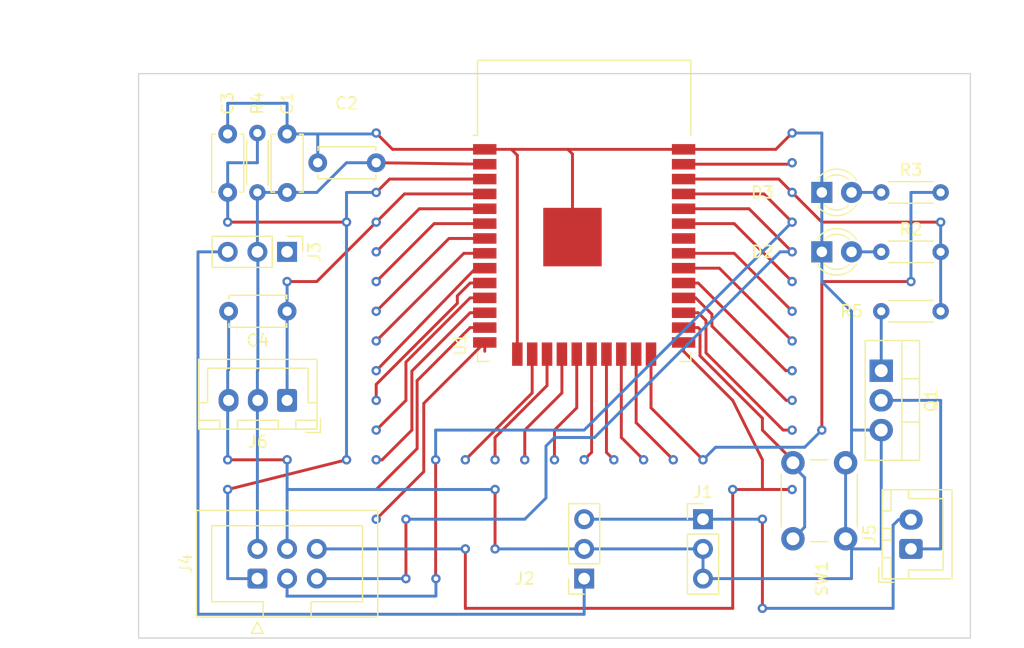
<source format=kicad_pcb>
(kicad_pcb (version 20211014) (generator pcbnew)
  (layers (0 "F.Cu" signal) (31 "B.Cu" signal) (34 "B.Paste" user) (35 "F.Paste" user) (36 "B.SilkS" user "B.Silkscreen") (37 "F.SilkS" user "F.Silkscreen") (38 "B.Mask" user) (39 "F.Mask" user) (44 "Edge.Cuts" user))
  (net 0 "")
  (net 1 "+3V3")
  (net 2 "GND")
  (net 3 "EN")
  (net 4 "Net-(D2-Pad2)")
  (net 5 "Net-(D3-Pad2)")
  (net 6 "+12V")
  (net 7 "EXT_3V3")
  (net 9 "TXD0")
  (net 10 "RXD0")
  (net 11 "IO0")
  (net 12 "Net-(Q1-Pad1)")
  (net 13 "IO2")
  (net 14 "unconnected-(U1-Pad5)")
  (net 15 "unconnected-(U1-Pad6)")
  (net 16 "unconnected-(U1-Pad7)")
  (net 17 "unconnected-(U1-Pad10)")
  (net 18 "unconnected-(U1-Pad11)")
  (net 19 "unconnected-(U1-Pad12)")
  (net 20 "unconnected-(U1-Pad13)")
  (net 21 "unconnected-(U1-Pad14)")
  (net 22 "unconnected-(U1-Pad16)")
  (net 23 "unconnected-(U1-Pad17)")
  (net 24 "unconnected-(U1-Pad18)")
  (net 25 "unconnected-(U1-Pad19)")
  (net 26 "unconnected-(U1-Pad20)")
  (net 27 "unconnected-(U1-Pad21)")
  (net 28 "unconnected-(U1-Pad22)")
  (net 29 "unconnected-(U1-Pad23)")
  (net 30 "unconnected-(U1-Pad27)")
  (net 31 "unconnected-(U1-Pad28)")
  (net 32 "unconnected-(U1-Pad29)")
  (net 33 "unconnected-(U1-Pad30)")
  (net 34 "unconnected-(U1-Pad31)")
  (net 36 "unconnected-(U1-Pad33)")
  (net 37 "unconnected-(U1-Pad37)")
  (net 38 "IO22")
  (net 39 "unconnected-(U1-Pad8)")
  (net 40 "IO36{slash}IN")
  (net 41 "unconnected-(U1-Pad9)")
  (net 42 "IO4")
  (net 43 "Net-(Q1-Pad2)")
  (footprint "Package_TO_SOT_THT:TO-220-3_Vertical" (layer "F.Cu") (at 152.4 101.6 -90)
    (fp_text reference "Q1" (at 2.54 -4.27 90) (layer "F.SilkS"))
    (fp_text value "IRLB8721PBF")
    (fp_line (start 0.69 -3.27) (end 0.69 -1.76) (layer "F.SilkS") (width 0.12))
    (fp_line (start -2.58 -1.76) (end 7.66 -1.76) (layer "F.SilkS") (width 0.12))
    (fp_line (start -2.58 -3.27) (end 7.66 -3.27) (layer "F.SilkS") (width 0.12))
    (fp_line (start 4.391 -3.27) (end 4.391 -1.76) (layer "F.SilkS") (width 0.12))
    (fp_line (start -2.58 1.371) (end 7.66 1.371) (layer "F.SilkS") (width 0.12))
    (fp_line (start 7.66 -3.27) (end 7.66 1.371) (layer "F.SilkS") (width 0.12))
    (fp_line (start -2.58 -3.27) (end -2.58 1.371) (layer "F.SilkS") (width 0.12))
    (pad "1" thru_hole rect (at 0 0 270) (size 1.905 2) (drill 1.1) (layers *.Cu *.Mask) (net 12 "Net-(Q1-Pad1)"))
    (pad "2" thru_hole oval (at 2.54 0 270) (size 1.905 2) (drill 1.1) (layers *.Cu *.Mask) (net 43 "Net-(Q1-Pad2)"))
    (pad "3" thru_hole oval (at 5.08 0 270) (size 1.905 2) (drill 1.1) (layers *.Cu *.Mask) (net 2 "GND"))
  )
  (footprint "Connector_IDC:IDC-Header_2x03_P2.54mm_Vertical" (layer "F.Cu") (at 99.06 119.38 90)
    (fp_text reference "J4" (at 1.27 -6.1 90) (layer "F.SilkS"))
    (fp_text value "Conn_02x03_Odd_Even")
    (fp_line (start -1.98 4.59) (end -1.98 4.59) (layer "F.SilkS") (width 0.12))
    (fp_line (start 4.52 -3.91) (end 4.52 8.99) (layer "F.SilkS") (width 0.12))
    (fp_line (start 4.52 8.99) (end -1.98 8.99) (layer "F.SilkS") (width 0.12))
    (fp_line (start -1.98 0.49) (end -1.98 -3.91) (layer "F.SilkS") (width 0.12))
    (fp_line (start 5.83 -5.21) (end 5.83 10.29) (layer "F.SilkS") (width 0.12))
    (fp_line (start -1.98 -3.91) (end 4.52 -3.91) (layer "F.SilkS") (width 0.12))
    (fp_line (start 5.83 10.29) (end -3.29 10.29) (layer "F.SilkS") (width 0.12))
    (fp_line (start -3.29 10.29) (end -3.29 -5.21) (layer "F.SilkS") (width 0.12))
    (fp_line (start -3.68 0) (end -4.68 -0.5) (layer "F.SilkS") (width 0.12))
    (fp_line (start -1.98 4.59) (end -3.29 4.59) (layer "F.SilkS") (width 0.12))
    (fp_line (start -1.98 8.99) (end -1.98 4.59) (layer "F.SilkS") (width 0.12))
    (fp_line (start -3.29 0.49) (end -1.98 0.49) (layer "F.SilkS") (width 0.12))
    (fp_line (start -4.68 0.5) (end -3.68 0) (layer "F.SilkS") (width 0.12))
    (fp_line (start -3.29 -5.21) (end 5.83 -5.21) (layer "F.SilkS") (width 0.12))
    (fp_line (start -4.68 -0.5) (end -4.68 0.5) (layer "F.SilkS") (width 0.12))
    (pad "1" thru_hole roundrect (at 0 0 90) (size 1.7 1.7) (drill 1) (layers *.Cu *.Mask) (roundrect_rratio 0.147059) (net 3 "EN"))
    (pad "2" thru_hole circle (at 2.54 0 90) (size 1.7 1.7) (drill 1) (layers *.Cu *.Mask) (net 1 "+3V3"))
    (pad "3" thru_hole circle (at 0 2.54 90) (size 1.7 1.7) (drill 1) (layers *.Cu *.Mask) (net 9 "TXD0"))
    (pad "4" thru_hole circle (at 2.54 2.54 90) (size 1.7 1.7) (drill 1) (layers *.Cu *.Mask) (net 2 "GND"))
    (pad "5" thru_hole circle (at 0 5.08 90) (size 1.7 1.7) (drill 1) (layers *.Cu *.Mask) (net 10 "RXD0"))
    (pad "6" thru_hole circle (at 2.54 5.08 90) (size 1.7 1.7) (drill 1) (layers *.Cu *.Mask) (net 11 "IO0"))
  )
  (footprint "Connector_PinHeader_2.54mm:PinHeader_1x03_P2.54mm_Vertical" (layer "F.Cu") (at 137.16 114.3)
    (fp_text reference "J1" (at 0 -2.33) (layer "F.SilkS"))
    (fp_text value "Conn_01x03_Male")
    (fp_line (start -1.33 1.27) (end -1.33 6.41) (layer "F.SilkS") (width 0.12))
    (fp_line (start -1.33 0) (end -1.33 -1.33) (layer "F.SilkS") (width 0.12))
    (fp_line (start -1.33 6.41) (end 1.33 6.41) (layer "F.SilkS") (width 0.12))
    (fp_line (start -1.33 1.27) (end 1.33 1.27) (layer "F.SilkS") (width 0.12))
    (fp_line (start 1.33 1.27) (end 1.33 6.41) (layer "F.SilkS") (width 0.12))
    (fp_line (start -1.33 -1.33) (end 0 -1.33) (layer "F.SilkS") (width 0.12))
    (pad "1" thru_hole rect (at 0 0) (size 1.7 1.7) (drill 1) (layers *.Cu *.Mask) (net 6 "+12V"))
    (pad "2" thru_hole oval (at 0 2.54) (size 1.7 1.7) (drill 1) (layers *.Cu *.Mask) (net 2 "GND"))
    (pad "3" thru_hole oval (at 0 5.08) (size 1.7 1.7) (drill 1) (layers *.Cu *.Mask) (net 2 "GND"))
  )
  (footprint "Resistor_THT:R_Axial_DIN0204_L3.6mm_D1.6mm_P5.08mm_Horizontal" (layer "F.Cu") (at 157.48 96.52 180)
    (fp_text reference "R5" (at 7.62 0) (layer "F.SilkS"))
    (fp_text value "330R")
    (fp_line (start 0.62 0.92) (end 4.46 0.92) (layer "F.SilkS") (width 0.12))
    (fp_line (start 0.62 -0.92) (end 4.46 -0.92) (layer "F.SilkS") (width 0.12))
    (pad "1" thru_hole circle (at 0 0 180) (size 1.4 1.4) (drill 0.7) (layers *.Cu *.Mask) (net 38 "IO22"))
    (pad "2" thru_hole oval (at 5.08 0 180) (size 1.4 1.4) (drill 0.7) (layers *.Cu *.Mask) (net 12 "Net-(Q1-Pad1)"))
  )
  (footprint "Connector_JST:JST_XH_B2B-XH-A_1x02_P2.50mm_Vertical" (layer "F.Cu") (at 154.94 116.84 90)
    (fp_text reference "J5" (at 1.25 -3.55 90) (layer "F.SilkS"))
    (fp_text value "Conn_01x02_Male")
    (fp_line (start -2.56 3.51) (end 5.06 3.51) (layer "F.SilkS") (width 0.12))
    (fp_line (start 5.05 -0.2) (end 4.3 -0.2) (layer "F.SilkS") (width 0.12))
    (fp_line (start 0.75 -1.7) (end 1.75 -1.7) (layer "F.SilkS") (width 0.12))
    (fp_line (start -2.55 -2.45) (end -2.55 -1.7) (layer "F.SilkS") (width 0.12))
    (fp_line (start 3.25 -1.7) (end 5.05 -1.7) (layer "F.SilkS") (width 0.12))
    (fp_line (start 0.75 -2.45) (end 0.75 -1.7) (layer "F.SilkS") (width 0.12))
    (fp_line (start -0.75 -1.7) (end -0.75 -2.45) (layer "F.SilkS") (width 0.12))
    (fp_line (start 5.06 3.51) (end 5.06 -2.46) (layer "F.SilkS") (width 0.12))
    (fp_line (start 1.75 -1.7) (end 1.75 -2.45) (layer "F.SilkS") (width 0.12))
    (fp_line (start 5.05 -1.7) (end 5.05 -2.45) (layer "F.SilkS") (width 0.12))
    (fp_line (start 5.06 -2.46) (end -2.56 -2.46) (layer "F.SilkS") (width 0.12))
    (fp_line (start 3.25 -2.45) (end 3.25 -1.7) (layer "F.SilkS") (width 0.12))
    (fp_line (start 4.3 2.75) (end 1.25 2.75) (layer "F.SilkS") (width 0.12))
    (fp_line (start 4.3 -0.2) (end 4.3 2.75) (layer "F.SilkS") (width 0.12))
    (fp_line (start -2.85 -2.75) (end -2.85 -1.5) (layer "F.SilkS") (width 0.12))
    (fp_line (start -1.6 -2.75) (end -2.85 -2.75) (layer "F.SilkS") (width 0.12))
    (fp_line (start -1.8 -0.2) (end -1.8 2.75) (layer "F.SilkS") (width 0.12))
    (fp_line (start 1.75 -2.45) (end 0.75 -2.45) (layer "F.SilkS") (width 0.12))
    (fp_line (start -2.55 -1.7) (end -0.75 -1.7) (layer "F.SilkS") (width 0.12))
    (fp_line (start -1.8 2.75) (end 1.25 2.75) (layer "F.SilkS") (width 0.12))
    (fp_line (start -2.56 -2.46) (end -2.56 3.51) (layer "F.SilkS") (width 0.12))
    (fp_line (start -2.55 -0.2) (end -1.8 -0.2) (layer "F.SilkS") (width 0.12))
    (fp_line (start 5.05 -2.45) (end 3.25 -2.45) (layer "F.SilkS") (width 0.12))
    (fp_line (start -0.75 -2.45) (end -2.55 -2.45) (layer "F.SilkS") (width 0.12))
    (pad "1" thru_hole roundrect (at 0 0 90) (size 1.7 2) (drill 1) (layers *.Cu *.Mask) (roundrect_rratio 0.147059) (net 43 "Net-(Q1-Pad2)"))
    (pad "2" thru_hole oval (at 2.5 0 90) (size 1.7 2) (drill 1) (layers *.Cu *.Mask) (net 6 "+12V"))
  )
  (footprint "Capacitor_THT:C_Disc_D4.7mm_W2.5mm_P5.00mm" (layer "F.Cu") (at 96.52 86.36 90)
    (fp_text reference "C3" (at 7.62 0 90) (layer "F.SilkS"))
    (fp_text value "0.1uF")
    (fp_line (start 0.03 -1.37) (end 4.97 -1.37) (layer "F.SilkS") (width 0.12))
    (fp_line (start 4.97 -1.37) (end 4.97 -1.055) (layer "F.SilkS") (width 0.12))
    (fp_line (start 4.97 1.055) (end 4.97 1.37) (layer "F.SilkS") (width 0.12))
    (fp_line (start 0.03 1.37) (end 4.97 1.37) (layer "F.SilkS") (width 0.12))
    (fp_line (start 0.03 1.055) (end 0.03 1.37) (layer "F.SilkS") (width 0.12))
    (fp_line (start 0.03 -1.37) (end 0.03 -1.055) (layer "F.SilkS") (width 0.12))
    (pad "1" thru_hole circle (at 0 0 90) (size 1.6 1.6) (drill 0.8) (layers *.Cu *.Mask) (net 3 "EN"))
    (pad "2" thru_hole circle (at 5 0 90) (size 1.6 1.6) (drill 0.8) (layers *.Cu *.Mask) (net 2 "GND"))
  )
  (footprint "LED_THT:LED_D3.0mm" (layer "F.Cu") (at 147.32 86.36)
    (fp_text reference "D3" (at -5.08 0) (layer "F.SilkS"))
    (fp_text value "LED")
    (fp_line (start -0.29 -1.236) (end -0.29 -1.08) (layer "F.SilkS") (width 0.12))
    (fp_line (start -0.29 1.08) (end -0.29 1.236) (layer "F.SilkS") (width 0.12))
    (fp_arc (start 0.229039 -1.08) (mid 1.270117 -1.5) (end 2.31113 -1.079837) (layer "F.SilkS") (width 0.12))
    (fp_arc (start 2.942335 1.078608) (mid 1.366487 1.987659) (end -0.29 1.235516) (layer "F.SilkS") (width 0.12))
    (fp_arc (start 2.31113 1.079837) (mid 1.270117 1.5) (end 0.229039 1.08) (layer "F.SilkS") (width 0.12))
    (fp_arc (start -0.29 -1.235516) (mid 1.366487 -1.987659) (end 2.942335 -1.078608) (layer "F.SilkS") (width 0.12))
    (pad "1" thru_hole rect (at 0 0) (size 1.8 1.8) (drill 0.9) (layers *.Cu *.Mask) (net 2 "GND"))
    (pad "2" thru_hole circle (at 2.54 0) (size 1.8 1.8) (drill 0.9) (layers *.Cu *.Mask) (net 5 "Net-(D3-Pad2)"))
  )
  (footprint "RF_Module:ESP32-WROOM-32" (layer "F.Cu") (at 127 90.932)
    (fp_text reference "U1" (at -10.61 8.43 90) (layer "F.SilkS"))
    (fp_text value "ESP32-WROOM-32D")
    (fp_line (start 9.12 9.1) (end 9.12 9.88) (layer "F.SilkS") (width 0.12))
    (fp_line (start -9.12 9.1) (end -9.12 9.88) (layer "F.SilkS") (width 0.12))
    (fp_line (start -9.12 -9.445) (end -9.5 -9.445) (layer "F.SilkS") (width 0.12))
    (fp_line (start -9.12 9.88) (end -8.12 9.88) (layer "F.SilkS") (width 0.12))
    (fp_line (start -9.12 -15.865) (end 9.12 -15.865) (layer "F.SilkS") (width 0.12))
    (fp_line (start 9.12 9.88) (end 8.12 9.88) (layer "F.SilkS") (width 0.12))
    (fp_line (start -9.12 -15.865) (end -9.12 -9.445) (layer "F.SilkS") (width 0.12))
    (fp_line (start 9.12 -15.865) (end 9.12 -9.445) (layer "F.SilkS") (width 0.12))
    (pad "1" smd rect (at -8.5 -8.255) (size 2 0.9) (layers "F.Cu" "F.Paste" "F.Mask") (net 2 "GND"))
    (pad "2" smd rect (at -8.5 -6.985) (size 2 0.9) (layers "F.Cu" "F.Paste" "F.Mask") (net 1 "+3V3"))
    (pad "3" smd rect (at -8.5 -5.715) (size 2 0.9) (layers "F.Cu" "F.Paste" "F.Mask") (net 3 "EN"))
    (pad "4" smd rect (at -8.5 -4.445) (size 2 0.9) (layers "F.Cu" "F.Paste" "F.Mask") (net 40 "IO36{slash}IN"))
    (pad "5" smd rect (at -8.5 -3.175) (size 2 0.9) (layers "F.Cu" "F.Paste" "F.Mask") (net 14 "unconnected-(U1-Pad5)"))
    (pad "6" smd rect (at -8.5 -1.905) (size 2 0.9) (layers "F.Cu" "F.Paste" "F.Mask") (net 15 "unconnected-(U1-Pad6)"))
    (pad "7" smd rect (at -8.5 -0.635) (size 2 0.9) (layers "F.Cu" "F.Paste" "F.Mask") (net 16 "unconnected-(U1-Pad7)"))
    (pad "8" smd rect (at -8.5 0.635) (size 2 0.9) (layers "F.Cu" "F.Paste" "F.Mask") (net 39 "unconnected-(U1-Pad8)"))
    (pad "9" smd rect (at -8.5 1.905) (size 2 0.9) (layers "F.Cu" "F.Paste" "F.Mask") (net 41 "unconnected-(U1-Pad9)"))
    (pad "10" smd rect (at -8.5 3.175) (size 2 0.9) (layers "F.Cu" "F.Paste" "F.Mask") (net 17 "unconnected-(U1-Pad10)"))
    (pad "11" smd rect (at -8.5 4.445) (size 2 0.9) (layers "F.Cu" "F.Paste" "F.Mask") (net 18 "unconnected-(U1-Pad11)"))
    (pad "12" smd rect (at -8.5 5.715) (size 2 0.9) (layers "F.Cu" "F.Paste" "F.Mask") (net 19 "unconnected-(U1-Pad12)"))
    (pad "13" smd rect (at -8.5 6.985) (size 2 0.9) (layers "F.Cu" "F.Paste" "F.Mask") (net 20 "unconnected-(U1-Pad13)"))
    (pad "14" smd rect (at -8.5 8.255) (size 2 0.9) (layers "F.Cu" "F.Paste" "F.Mask") (net 21 "unconnected-(U1-Pad14)"))
    (pad "15" smd rect (at -5.715 9.255 90) (size 2 0.9) (layers "F.Cu" "F.Paste" "F.Mask") (net 2 "GND"))
    (pad "16" smd rect (at -4.445 9.255 90) (size 2 0.9) (layers "F.Cu" "F.Paste" "F.Mask") (net 22 "unconnected-(U1-Pad16)"))
    (pad "17" smd rect (at -3.175 9.255 90) (size 2 0.9) (layers "F.Cu" "F.Paste" "F.Mask") (net 23 "unconnected-(U1-Pad17)"))
    (pad "18" smd rect (at -1.905 9.255 90) (size 2 0.9) (layers "F.Cu" "F.Paste" "F.Mask") (net 24 "unconnected-(U1-Pad18)"))
    (pad "19" smd rect (at -0.635 9.255 90) (size 2 0.9) (layers "F.Cu" "F.Paste" "F.Mask") (net 25 "unconnected-(U1-Pad19)"))
    (pad "20" smd rect (at 0.635 9.255 90) (size 2 0.9) (layers "F.Cu" "F.Paste" "F.Mask") (net 26 "unconnected-(U1-Pad20)"))
    (pad "21" smd rect (at 1.905 9.255 90) (size 2 0.9) (layers "F.Cu" "F.Paste" "F.Mask") (net 27 "unconnected-(U1-Pad21)"))
    (pad "22" smd rect (at 3.175 9.255 90) (size 2 0.9) (layers "F.Cu" "F.Paste" "F.Mask") (net 28 "unconnected-(U1-Pad22)"))
    (pad "23" smd rect (at 4.445 9.255 90) (size 2 0.9) (layers "F.Cu" "F.Paste" "F.Mask") (net 29 "unconnected-(U1-Pad23)"))
    (pad "24" smd rect (at 5.715 9.255 90) (size 2 0.9) (layers "F.Cu" "F.Paste" "F.Mask") (net 13 "IO2"))
    (pad "25" smd rect (at 8.5 8.255) (size 2 0.9) (layers "F.Cu" "F.Paste" "F.Mask") (net 11 "IO0"))
    (pad "26" smd rect (at 8.5 6.985) (size 2 0.9) (layers "F.Cu" "F.Paste" "F.Mask") (net 42 "IO4"))
    (pad "27" smd rect (at 8.5 5.715) (size 2 0.9) (layers "F.Cu" "F.Paste" "F.Mask") (net 30 "unconnected-(U1-Pad27)"))
    (pad "28" smd rect (at 8.5 4.445) (size 2 0.9) (layers "F.Cu" "F.Paste" "F.Mask") (net 31 "unconnected-(U1-Pad28)"))
    (pad "29" smd rect (at 8.5 3.175) (size 2 0.9) (layers "F.Cu" "F.Paste" "F.Mask") (net 32 "unconnected-(U1-Pad29)"))
    (pad "30" smd rect (at 8.5 1.905) (size 2 0.9) (layers "F.Cu" "F.Paste" "F.Mask") (net 33 "unconnected-(U1-Pad30)"))
    (pad "31" smd rect (at 8.5 0.635) (size 2 0.9) (layers "F.Cu" "F.Paste" "F.Mask") (net 34 "unconnected-(U1-Pad31)"))
    (pad "32" smd rect (at 8.5 -0.635) (size 2 0.9) (layers "F.Cu" "F.Paste" "F.Mask"))
    (pad "33" smd rect (at 8.5 -1.905) (size 2 0.9) (layers "F.Cu" "F.Paste" "F.Mask") (net 36 "unconnected-(U1-Pad33)"))
    (pad "34" smd rect (at 8.5 -3.175) (size 2 0.9) (layers "F.Cu" "F.Paste" "F.Mask") (net 10 "RXD0"))
    (pad "35" smd rect (at 8.5 -4.445) (size 2 0.9) (layers "F.Cu" "F.Paste" "F.Mask") (net 9 "TXD0"))
    (pad "36" smd rect (at 8.5 -5.715) (size 2 0.9) (layers "F.Cu" "F.Paste" "F.Mask") (net 38 "IO22"))
    (pad "37" smd rect (at 8.5 -6.985) (size 2 0.9) (layers "F.Cu" "F.Paste" "F.Mask") (net 37 "unconnected-(U1-Pad37)"))
    (pad "38" smd rect (at 8.5 -8.255) (size 2 0.9) (layers "F.Cu" "F.Paste" "F.Mask") (net 2 "GND"))
    (pad "39" smd rect (at -1 -0.755) (size 5 5) (layers "F.Cu" "F.Paste" "F.Mask") (net 2 "GND"))
  )
  (footprint "Resistor_THT:R_Axial_DIN0204_L3.6mm_D1.6mm_P5.08mm_Horizontal" (layer "F.Cu") (at 152.4 91.44)
    (fp_text reference "R2" (at 2.54 -1.92) (layer "F.SilkS"))
    (fp_text value "1K")
    (fp_line (start 0.62 0.92) (end 4.46 0.92) (layer "F.SilkS") (width 0.12))
    (fp_line (start 0.62 -0.92) (end 4.46 -0.92) (layer "F.SilkS") (width 0.12))
    (pad "1" thru_hole circle (at 0 0) (size 1.4 1.4) (drill 0.7) (layers *.Cu *.Mask) (net 4 "Net-(D2-Pad2)"))
    (pad "2" thru_hole oval (at 5.08 0) (size 1.4 1.4) (drill 0.7) (layers *.Cu *.Mask) (net 38 "IO22"))
  )
  (footprint "Connector_PinHeader_2.54mm:PinHeader_1x03_P2.54mm_Vertical" (layer "F.Cu") (at 101.6 91.44 -90)
    (fp_text reference "J3" (at 0 -2.33 90) (layer "F.SilkS"))
    (fp_text value "Conn_01x03_Male")
    (fp_line (start -1.33 -1.33) (end 0 -1.33) (layer "F.SilkS") (width 0.12))
    (fp_line (start -1.33 0) (end -1.33 -1.33) (layer "F.SilkS") (width 0.12))
    (fp_line (start -1.33 1.27) (end 1.33 1.27) (layer "F.SilkS") (width 0.12))
    (fp_line (start -1.33 1.27) (end -1.33 6.41) (layer "F.SilkS") (width 0.12))
    (fp_line (start 1.33 1.27) (end 1.33 6.41) (layer "F.SilkS") (width 0.12))
    (fp_line (start -1.33 6.41) (end 1.33 6.41) (layer "F.SilkS") (width 0.12))
    (pad "1" thru_hole rect (at 0 0 270) (size 1.7 1.7) (drill 1) (layers *.Cu *.Mask))
    (pad "2" thru_hole oval (at 0 2.54 270) (size 1.7 1.7) (drill 1) (layers *.Cu *.Mask) (net 1 "+3V3"))
    (pad "3" thru_hole oval (at 0 5.08 270) (size 1.7 1.7) (drill 1) (layers *.Cu *.Mask) (net 7 "EXT_3V3"))
  )
  (footprint "Resistor_THT:R_Axial_DIN0204_L3.6mm_D1.6mm_P5.08mm_Horizontal" (layer "F.Cu") (at 99.06 86.36 90)
    (fp_text reference "R4" (at 7.62 0 90) (layer "F.SilkS"))
    (fp_text value "10K")
    (fp_line (start 0.62 -0.92) (end 4.46 -0.92) (layer "F.SilkS") (width 0.12))
    (fp_line (start 0.62 0.92) (end 4.46 0.92) (layer "F.SilkS") (width 0.12))
    (pad "1" thru_hole circle (at 0 0 90) (size 1.4 1.4) (drill 0.7) (layers *.Cu *.Mask) (net 1 "+3V3"))
    (pad "2" thru_hole oval (at 5.08 0 90) (size 1.4 1.4) (drill 0.7) (layers *.Cu *.Mask) (net 3 "EN"))
  )
  (footprint "Button_Switch_THT:SW_PUSH_6mm_H5mm" (layer "F.Cu") (at 149.352 109.474 -90)
    (fp_text reference "SW1" (at 9.906 2.032 90) (layer "F.SilkS"))
    (fp_text value "SW_Push")
    (fp_line (start -0.25 1.5) (end -0.25 3) (layer "F.SilkS") (width 0.12))
    (fp_line (start 6.75 3) (end 6.75 1.5) (layer "F.SilkS") (width 0.12))
    (fp_line (start 1 5.5) (end 5.5 5.5) (layer "F.SilkS") (width 0.12))
    (fp_line (start 5.5 -1) (end 1 -1) (layer "F.SilkS") (width 0.12))
    (pad "1" thru_hole circle (at 0 0) (size 2 2) (drill 1.1) (layers *.Cu *.Mask) (net 2 "GND"))
    (pad "1" thru_hole circle (at 6.5 0) (size 2 2) (drill 1.1) (layers *.Cu *.Mask) (net 2 "GND"))
    (pad "2" thru_hole circle (at 6.5 4.5) (size 2 2) (drill 1.1) (layers *.Cu *.Mask) (net 42 "IO4"))
    (pad "2" thru_hole circle (at 0 4.5) (size 2 2) (drill 1.1) (layers *.Cu *.Mask) (net 42 "IO4"))
  )
  (footprint "LED_THT:LED_D3.0mm" (layer "F.Cu") (at 147.32 91.44)
    (fp_text reference "D2" (at -5.08 0) (layer "F.SilkS"))
    (fp_text value "LED")
    (fp_line (start -0.29 1.08) (end -0.29 1.236) (layer "F.SilkS") (width 0.12))
    (fp_line (start -0.29 -1.236) (end -0.29 -1.08) (layer "F.SilkS") (width 0.12))
    (fp_arc (start 0.229039 -1.08) (mid 1.270117 -1.5) (end 2.31113 -1.079837) (layer "F.SilkS") (width 0.12))
    (fp_arc (start -0.29 -1.235516) (mid 1.366487 -1.987659) (end 2.942335 -1.078608) (layer "F.SilkS") (width 0.12))
    (fp_arc (start 2.31113 1.079837) (mid 1.270117 1.5) (end 0.229039 1.08) (layer "F.SilkS") (width 0.12))
    (fp_arc (start 2.942335 1.078608) (mid 1.366487 1.987659) (end -0.29 1.235516) (layer "F.SilkS") (width 0.12))
    (pad "1" thru_hole rect (at 0 0) (size 1.8 1.8) (drill 0.9) (layers *.Cu *.Mask) (net 2 "GND"))
    (pad "2" thru_hole circle (at 2.54 0) (size 1.8 1.8) (drill 0.9) (layers *.Cu *.Mask) (net 4 "Net-(D2-Pad2)"))
  )
  (footprint "Connector_PinSocket_2.54mm:PinSocket_1x03_P2.54mm_Vertical" (layer "F.Cu") (at 127 119.38 180)
    (fp_text reference "J2" (at 5.08 0) (layer "F.SilkS"))
    (fp_text value "Conn_01x03_Female")
    (fp_line (start 0 -1.33) (end 1.33 -1.33) (layer "F.SilkS") (width 0.12))
    (fp_line (start -1.33 1.27) (end -1.33 6.41) (layer "F.SilkS") (width 0.12))
    (fp_line (start -1.33 1.27) (end 1.33 1.27) (layer "F.SilkS") (width 0.12))
    (fp_line (start -1.33 6.41) (end 1.33 6.41) (layer "F.SilkS") (width 0.12))
    (fp_line (start 1.33 -1.33) (end 1.33 0) (layer "F.SilkS") (width 0.12))
    (fp_line (start 1.33 1.27) (end 1.33 6.41) (layer "F.SilkS") (width 0.12))
    (pad "1" thru_hole rect (at 0 0 180) (size 1.7 1.7) (drill 1) (layers *.Cu *.Mask) (net 7 "EXT_3V3"))
    (pad "2" thru_hole oval (at 0 2.54 180) (size 1.7 1.7) (drill 1) (layers *.Cu *.Mask) (net 2 "GND"))
    (pad "3" thru_hole oval (at 0 5.08 180) (size 1.7 1.7) (drill 1) (layers *.Cu *.Mask) (net 6 "+12V"))
  )
  (footprint "Capacitor_THT:C_Disc_D4.7mm_W2.5mm_P5.00mm" (layer "F.Cu") (at 109.22 83.82 180)
    (fp_text reference "C2" (at 2.54 5.08) (layer "F.SilkS"))
    (fp_text value "0.1uF")
    (fp_line (start 4.97 -1.37) (end 4.97 -1.055) (layer "F.SilkS") (width 0.12))
    (fp_line (start 0.03 1.055) (end 0.03 1.37) (layer "F.SilkS") (width 0.12))
    (fp_line (start 0.03 1.37) (end 4.97 1.37) (layer "F.SilkS") (width 0.12))
    (fp_line (start 0.03 -1.37) (end 4.97 -1.37) (layer "F.SilkS") (width 0.12))
    (fp_line (start 4.97 1.055) (end 4.97 1.37) (layer "F.SilkS") (width 0.12))
    (fp_line (start 0.03 -1.37) (end 0.03 -1.055) (layer "F.SilkS") (width 0.12))
    (pad "1" thru_hole circle (at 0 0 180) (size 1.6 1.6) (drill 0.8) (layers *.Cu *.Mask) (net 1 "+3V3"))
    (pad "2" thru_hole circle (at 5 0 180) (size 1.6 1.6) (drill 0.8) (layers *.Cu *.Mask) (net 2 "GND"))
  )
  (footprint "Capacitor_THT:C_Disc_D4.7mm_W2.5mm_P5.00mm" (layer "F.Cu") (at 101.6 96.52 180)
    (fp_text reference "C4" (at 2.5 -2.5) (layer "F.SilkS"))
    (fp_text value "0.1uF")
    (fp_line (start 0.03 -1.37) (end 0.03 -1.055) (layer "F.SilkS") (width 0.12))
    (fp_line (start 0.03 1.055) (end 0.03 1.37) (layer "F.SilkS") (width 0.12))
    (fp_line (start 4.97 -1.37) (end 4.97 -1.055) (layer "F.SilkS") (width 0.12))
    (fp_line (start 0.03 1.37) (end 4.97 1.37) (layer "F.SilkS") (width 0.12))
    (fp_line (start 0.03 -1.37) (end 4.97 -1.37) (layer "F.SilkS") (width 0.12))
    (fp_line (start 4.97 1.055) (end 4.97 1.37) (layer "F.SilkS") (width 0.12))
    (pad "1" thru_hole circle (at 0 0 180) (size 1.6 1.6) (drill 0.8) (layers *.Cu *.Mask) (net 40 "IO36{slash}IN"))
    (pad "2" thru_hole circle (at 5 0 180) (size 1.6 1.6) (drill 0.8) (layers *.Cu *.Mask) (net 2 "GND"))
  )
  (footprint "Resistor_THT:R_Axial_DIN0204_L3.6mm_D1.6mm_P5.08mm_Horizontal" (layer "F.Cu") (at 152.4 86.36)
    (fp_text reference "R3" (at 2.54 -1.92) (layer "F.SilkS"))
    (fp_text value "1K")
    (fp_line (start 0.62 0.92) (end 4.46 0.92) (layer "F.SilkS") (width 0.12))
    (fp_line (start 0.62 -0.92) (end 4.46 -0.92) (layer "F.SilkS") (width 0.12))
    (pad "1" thru_hole circle (at 0 0) (size 1.4 1.4) (drill 0.7) (layers *.Cu *.Mask) (net 5 "Net-(D3-Pad2)"))
    (pad "2" thru_hole oval (at 5.08 0) (size 1.4 1.4) (drill 0.7) (layers *.Cu *.Mask) (net 13 "IO2"))
  )
  (footprint "Capacitor_THT:C_Disc_D4.7mm_W2.5mm_P5.00mm" (layer "F.Cu") (at 101.6 86.36 90)
    (fp_text reference "C1" (at 7.62 0 90) (layer "F.SilkS"))
    (fp_text value "10uF")
    (fp_line (start 0.03 1.055) (end 0.03 1.37) (layer "F.SilkS") (width 0.12))
    (fp_line (start 0.03 1.37) (end 4.97 1.37) (layer "F.SilkS") (width 0.12))
    (fp_line (start 4.97 -1.37) (end 4.97 -1.055) (layer "F.SilkS") (width 0.12))
    (fp_line (start 0.03 -1.37) (end 0.03 -1.055) (layer "F.SilkS") (width 0.12))
    (fp_line (start 0.03 -1.37) (end 4.97 -1.37) (layer "F.SilkS") (width 0.12))
    (fp_line (start 4.97 1.055) (end 4.97 1.37) (layer "F.SilkS") (width 0.12))
    (pad "1" thru_hole circle (at 0 0 90) (size 1.6 1.6) (drill 0.8) (layers *.Cu *.Mask) (net 1 "+3V3"))
    (pad "2" thru_hole circle (at 5 0 90) (size 1.6 1.6) (drill 0.8) (layers *.Cu *.Mask) (net 2 "GND"))
  )
  (footprint "Connector_JST:JST_XH_B3B-XH-A_1x03_P2.50mm_Vertical" (layer "F.Cu") (at 101.6 104.14 180)
    (fp_text reference "J6" (at 2.5 -3.55) (layer "F.SilkS"))
    (fp_text value "Conn_01x03_Male")
    (fp_line (start 6.8 -0.2) (end 6.8 2.75) (layer "F.SilkS") (width 0.12))
    (fp_line (start 5.75 -2.45) (end 5.75 -1.7) (layer "F.SilkS") (width 0.12))
    (fp_line (start 7.56 3.51) (end 7.56 -2.46) (layer "F.SilkS") (width 0.12))
    (fp_line (start 5.75 -1.7) (end 7.55 -1.7) (layer "F.SilkS") (width 0.12))
    (fp_line (start -2.56 3.51) (end 7.56 3.51) (layer "F.SilkS") (width 0.12))
    (fp_line (start -1.6 -2.75) (end -2.85 -2.75) (layer "F.SilkS") (width 0.12))
    (fp_line (start -2.55 -2.45) (end -2.55 -1.7) (layer "F.SilkS") (width 0.12))
    (fp_line (start 4.25 -1.7) (end 4.25 -2.45) (layer "F.SilkS") (width 0.12))
    (fp_line (start -2.85 -2.75) (end -2.85 -1.5) (layer "F.SilkS") (width 0.12))
    (fp_line (start -2.56 -2.46) (end -2.56 3.51) (layer "F.SilkS") (width 0.12))
    (fp_line (start 7.55 -1.7) (end 7.55 -2.45) (layer "F.SilkS") (width 0.12))
    (fp_line (start -0.75 -2.45) (end -2.55 -2.45) (layer "F.SilkS") (width 0.12))
    (fp_line (start 7.56 -2.46) (end -2.56 -2.46) (layer "F.SilkS") (width 0.12))
    (fp_line (start 7.55 -0.2) (end 6.8 -0.2) (layer "F.SilkS") (width 0.12))
    (fp_line (start 7.55 -2.45) (end 5.75 -2.45) (layer "F.SilkS") (width 0.12))
    (fp_line (start -1.8 2.75) (end 2.5 2.75) (layer "F.SilkS") (width 0.12))
    (fp_line (start 0.75 -2.45) (end 0.75 -1.7) (layer "F.SilkS") (width 0.12))
    (fp_line (start -2.55 -0.2) (end -1.8 -0.2) (layer "F.SilkS") (width 0.12))
    (fp_line (start -1.8 -0.2) (end -1.8 2.75) (layer "F.SilkS") (width 0.12))
    (fp_line (start 0.75 -1.7) (end 4.25 -1.7) (layer "F.SilkS") (width 0.12))
    (fp_line (start 6.8 2.75) (end 2.5 2.75) (layer "F.SilkS") (width 0.12))
    (fp_line (start -0.75 -1.7) (end -0.75 -2.45) (layer "F.SilkS") (width 0.12))
    (fp_line (start -2.55 -1.7) (end -0.75 -1.7) (layer "F.SilkS") (width 0.12))
    (fp_line (start 4.25 -2.45) (end 0.75 -2.45) (layer "F.SilkS") (width 0.12))
    (pad "1" thru_hole roundrect (at 0 0 180) (size 1.7 1.95) (drill 0.95) (layers *.Cu *.Mask) (roundrect_rratio 0.147059) (net 40 "IO36{slash}IN"))
    (pad "2" thru_hole oval (at 2.5 0 180) (size 1.7 1.95) (drill 0.95) (layers *.Cu *.Mask) (net 1 "+3V3"))
    (pad "3" thru_hole oval (at 5 0 180) (size 1.7 1.95) (drill 0.95) (layers *.Cu *.Mask) (net 2 "GND"))
  )
  (gr_rect (start 88.9 76.2) (end 160.02 124.46) (layer "Edge.Cuts") (width 0.1) (fill none))
  (segment (start 109.22 83.82) (end 109.347 83.947) (width 0.25) (layer "F.Cu") (net 1))
  (segment (start 118.5 83.947) (end 109.22 83.82) (width 0.25) (layer "F.Cu") (net 1))
  (via (at 109.22 83.82) (size 0.8) (drill 0.4) (layers "F.Cu" "B.Cu") (net 1))
  (segment (start 99.06 91.44) (end 99.06 86.36) (width 0.25) (layer "B.Cu") (net 1))
  (segment (start 99.06 101.6) (end 99.06 116.84) (width 0.25) (layer "B.Cu") (net 1))
  (segment (start 104.14 86.36) (end 99.06 86.36) (width 0.25) (layer "B.Cu") (net 1))
  (segment (start 109.22 83.82) (end 106.68 83.82) (width 0.25) (layer "B.Cu") (net 1))
  (segment (start 106.68 83.82) (end 104.14 86.36) (width 0.25) (layer "B.Cu") (net 1))
  (segment (start 99.1 91.48) (end 99.06 91.44) (width 0.25) (layer "B.Cu") (net 1))
  (segment (start 99.1 101.6) (end 99.1 91.48) (width 0.25) (layer "B.Cu") (net 1))
  (segment (start 101.6 109.22) (end 96.52 109.22) (width 0.25) (layer "F.Cu") (net 2))
  (segment (start 143.383 82.677) (end 144.78 81.28) (width 0.25) (layer "F.Cu") (net 2))
  (segment (start 118.5 82.677) (end 120.777 82.677) (width 0.25) (layer "F.Cu") (net 2))
  (segment (start 125.603 82.677) (end 135.5 82.677) (width 0.25) (layer "F.Cu") (net 2))
  (segment (start 126 83.074) (end 125.603 82.677) (width 0.25) (layer "F.Cu") (net 2))
  (segment (start 118.5 82.677) (end 110.617 82.677) (width 0.25) (layer "F.Cu") (net 2))
  (segment (start 121.285 83.185) (end 120.777 82.677) (width 0.25) (layer "F.Cu") (net 2))
  (segment (start 126 90.177) (end 126 83.074) (width 0.25) (layer "F.Cu") (net 2))
  (segment (start 120.777 82.677) (end 125.603 82.677) (width 0.25) (layer "F.Cu") (net 2))
  (segment (start 119.38 111.76) (end 119.38 116.84) (width 0.25) (layer "F.Cu") (net 2))
  (segment (start 135.5 82.677) (end 143.383 82.677) (width 0.25) (layer "F.Cu") (net 2))
  (segment (start 121.285 100.187) (end 121.285 83.185) (width 0.25) (layer "F.Cu") (net 2))
  (segment (start 110.617 82.677) (end 109.22 81.28) (width 0.25) (layer "F.Cu") (net 2))
  (via (at 119.38 111.76) (size 0.8) (drill 0.4) (layers "F.Cu" "B.Cu") (net 2))
  (via (at 109.22 81.28) (size 0.8) (drill 0.4) (layers "F.Cu" "B.Cu") (net 2))
  (via (at 96.52 109.22) (size 0.8) (drill 0.4) (layers "F.Cu" "B.Cu") (net 2))
  (via (at 144.78 81.28) (size 0.8) (drill 0.4) (layers "F.Cu" "B.Cu") (net 2))
  (via (at 119.38 116.84) (size 0.8) (drill 0.4) (layers "F.Cu" "B.Cu") (net 2))
  (via (at 101.6 109.22) (size 0.8) (drill 0.4) (layers "F.Cu" "B.Cu") (net 2))
  (segment (start 96.52 78.74) (end 101.6 78.74) (width 0.25) (layer "B.Cu") (net 2))
  (segment (start 149.352 109.474) (end 149.606 109.474) (width 0.25) (layer "B.Cu") (net 2))
  (segment (start 101.6 78.74) (end 101.6 81.36) (width 0.25) (layer "B.Cu") (net 2))
  (segment (start 104.14 81.36) (end 101.6 81.36) (width 0.25) (layer "B.Cu") (net 2))
  (segment (start 152.4 116.84) (end 149.86 116.84) (width 0.25) (layer "B.Cu") (net 2))
  (segment (start 147.32 91.44) (end 147.32 86.36) (width 0.25) (layer "B.Cu") (net 2))
  (segment (start 119.38 111.76) (end 101.6 111.76) (width 0.25) (layer "B.Cu") (net 2))
  (segment (start 149.86 119.38) (end 149.86 116.84) (width 0.25) (layer "B.Cu") (net 2))
  (segment (start 147.32 93.98) (end 149.86 96.52) (width 0.25) (layer "B.Cu") (net 2))
  (segment (start 137.16 119.38) (end 137.16 116.84) (width 0.25) (layer "B.Cu") (net 2))
  (segment (start 96.52 81.36) (end 96.52 78.74) (width 0.25) (layer "B.Cu") (net 2))
  (segment (start 101.6 116.84) (end 101.6 111.76) (width 0.25) (layer "B.Cu") (net 2))
  (segment (start 147.32 91.44) (end 147.32 93.98) (width 0.25) (layer "B.Cu") (net 2))
  (segment (start 152.4 116.84) (end 152.4 106.68) (width 0.25) (layer "B.Cu") (net 2))
  (segment (start 137.16 119.38) (end 149.86 119.38) (width 0.25) (layer "B.Cu") (net 2))
  (segment (start 149.352 115.974) (end 149.352 116.332) (width 0.25) (layer "B.Cu") (net 2))
  (segment (start 124.46 116.84) (end 127 116.84) (width 0.25) (layer "B.Cu") (net 2))
  (segment (start 152.4 106.68) (end 149.86 106.68) (width 0.25) (layer "B.Cu") (net 2))
  (segment (start 127 116.84) (end 137.16 116.84) (width 0.25) (layer "B.Cu") (net 2))
  (segment (start 149.606 109.474) (end 149.86 109.22) (width 0.25) (layer "B.Cu") (net 2))
  (segment (start 147.32 86.36) (end 147.32 81.28) (width 0.25) (layer "B.Cu") (net 2))
  (segment (start 147.32 81.28) (end 144.78 81.28) (width 0.25) (layer "B.Cu") (net 2))
  (segment (start 104.14 81.36) (end 104.22 81.44) (width 0.25) (layer "B.Cu") (net 2))
  (segment (start 96.52 101.6) (end 96.6 101.52) (width 0.25) (layer "B.Cu") (net 2))
  (segment (start 104.14 81.36) (end 109.14 81.36) (width 0.25) (layer "B.Cu") (net 2))
  (segment (start 109.14 81.36) (end 109.22 81.28) (width 0.25) (layer "B.Cu") (net 2))
  (segment (start 149.86 106.68) (end 149.86 96.52) (width 0.25) (layer "B.Cu") (net 2))
  (segment (start 104.22 81.44) (end 104.22 83.82) (width 0.25) (layer "B.Cu") (net 2))
  (segment (start 149.86 109.22) (end 149.86 106.68) (width 0.25) (layer "B.Cu") (net 2))
  (segment (start 101.6 111.76) (end 101.6 109.22) (width 0.25) (layer "B.Cu") (net 2))
  (segment (start 96.52 109.22) (end 96.52 101.6) (width 0.25) (layer "B.Cu") (net 2))
  (segment (start 96.6 101.52) (end 96.6 96.52) (width 0.25) (layer "B.Cu") (net 2))
  (segment (start 149.352 109.474) (end 149.352 115.974) (width 0.25) (layer "B.Cu") (net 2))
  (segment (start 124.46 116.84) (end 119.38 116.84) (width 0.25) (layer "B.Cu") (net 2))
  (segment (start 149.352 116.332) (end 149.86 116.84) (width 0.25) (layer "B.Cu") (net 2))
  (segment (start 118.5 85.217) (end 110.363 85.217) (width 0.25) (layer "F.Cu") (net 3))
  (segment (start 106.68 88.9) (end 96.52 88.9) (width 0.25) (layer "F.Cu") (net 3))
  (segment (start 110.363 85.217) (end 109.22 86.36) (width 0.25) (layer "F.Cu") (net 3))
  (segment (start 96.52 111.76) (end 106.68 109.22) (width 0.25) (layer "F.Cu") (net 3))
  (via (at 109.22 86.36) (size 0.8) (drill 0.4) (layers "F.Cu" "B.Cu") (net 3))
  (via (at 106.68 88.9) (size 0.8) (drill 0.4) (layers "F.Cu" "B.Cu") (net 3))
  (via (at 106.68 109.22) (size 0.8) (drill 0.4) (layers "F.Cu" "B.Cu") (net 3))
  (via (at 96.52 111.76) (size 0.8) (drill 0.4) (layers "F.Cu" "B.Cu") (net 3))
  (via (at 96.52 88.9) (size 0.8) (drill 0.4) (layers "F.Cu" "B.Cu") (net 3))
  (segment (start 106.68 109.22) (end 106.68 88.9) (width 0.25) (layer "B.Cu") (net 3))
  (segment (start 96.52 88.9) (end 96.52 86.36) (width 0.25) (layer "B.Cu") (net 3))
  (segment (start 106.68 86.36) (end 109.22 86.36) (width 0.25) (layer "B.Cu") (net 3))
  (segment (start 96.52 86.36) (end 96.52 83.82) (width 0.25) (layer "B.Cu") (net 3))
  (segment (start 99.06 83.82) (end 99.06 81.28) (width 0.25) (layer "B.Cu") (net 3))
  (segment (start 96.52 119.38) (end 99.06 119.38) (width 0.25) (layer "B.Cu") (net 3))
  (segment (start 96.52 83.82) (end 99.06 83.82) (width 0.25) (layer "B.Cu") (net 3))
  (segment (start 96.52 111.76) (end 96.52 119.38) (width 0.25) (layer "B.Cu") (net 3))
  (segment (start 106.68 88.9) (end 106.68 86.36) (width 0.25) (layer "B.Cu") (net 3))
  (segment (start 149.86 91.44) (end 152.4 91.44) (width 0.25) (layer "B.Cu") (net 4))
  (segment (start 149.86 86.36) (end 152.4 86.36) (width 0.25) (layer "B.Cu") (net 5))
  (segment (start 142.24 114.3) (end 142.24 121.92) (width 0.25) (layer "F.Cu") (net 6))
  (via (at 142.24 121.92) (size 0.8) (drill 0.4) (layers "F.Cu" "B.Cu") (net 6))
  (via (at 142.24 114.3) (size 0.8) (drill 0.4) (layers "F.Cu" "B.Cu") (net 6))
  (segment (start 142.24 121.92) (end 153.416 121.92) (width 0.25) (layer "B.Cu") (net 6))
  (segment (start 153.416 114.808) (end 153.416 121.92) (width 0.25) (layer "B.Cu") (net 6))
  (segment (start 153.884 114.34) (end 153.416 114.808) (width 0.25) (layer "B.Cu") (net 6))
  (segment (start 154.94 114.34) (end 153.884 114.34) (width 0.25) (layer "B.Cu") (net 6))
  (segment (start 139.7 114.3) (end 142.24 114.3) (width 0.25) (layer "B.Cu") (net 6))
  (segment (start 127 114.3) (end 139.7 114.3) (width 0.25) (layer "B.Cu") (net 6))
  (segment (start 93.98 91.44) (end 96.52 91.44) (width 0.25) (layer "B.Cu") (net 7))
  (segment (start 127 122.428) (end 93.98 122.428) (width 0.25) (layer "B.Cu") (net 7))
  (segment (start 93.98 122.428) (end 93.98 91.44) (width 0.25) (layer "B.Cu") (net 7))
  (segment (start 127 119.38) (end 127 122.428) (width 0.25) (layer "B.Cu") (net 7))
  (segment (start 135.5 86.487) (end 142.367 86.487) (width 0.25) (layer "F.Cu") (net 9))
  (segment (start 114.3 119.3546) (end 114.3254 119.38) (width 0.25) (layer "F.Cu") (net 9))
  (segment (start 114.3 109.22) (end 114.3 119.3546) (width 0.25) (layer "F.Cu") (net 9))
  (segment (start 142.367 86.487) (end 144.78 88.9) (width 0.25) (layer "F.Cu") (net 9))
  (via (at 114.3254 119.38) (size 0.8) (drill 0.4) (layers "F.Cu" "B.Cu") (net 9))
  (via (at 144.78 88.9) (size 0.8) (drill 0.4) (layers "F.Cu" "B.Cu") (net 9))
  (via (at 114.3 109.22) (size 0.8) (drill 0.4) (layers "F.Cu" "B.Cu") (net 9))
  (segment (start 127 106.68) (end 114.3 106.68) (width 0.25) (layer "B.Cu") (net 9))
  (segment (start 114.3 106.68) (end 114.3 109.22) (width 0.25) (layer "B.Cu") (net 9))
  (segment (start 101.6 120.8532) (end 101.5746 120.8786) (width 0.25) (layer "B.Cu") (net 9))
  (segment (start 114.3254 120.8532) (end 114.3254 119.4562) (width 0.25) (layer "B.Cu") (net 9))
  (segment (start 101.6 119.38) (end 101.6 120.8532) (width 0.25) (layer "B.Cu") (net 9))
  (segment (start 114.3 120.8786) (end 114.3254 120.8532) (width 0.25) (layer "B.Cu") (net 9))
  (segment (start 101.5746 120.8786) (end 114.3 120.8786) (width 0.25) (layer "B.Cu") (net 9))
  (segment (start 144.78 88.9) (end 127 106.68) (width 0.25) (layer "B.Cu") (net 9))
  (segment (start 135.5 87.757) (end 141.097 87.757) (width 0.25) (layer "F.Cu") (net 10))
  (segment (start 111.76 119.38) (end 111.76 114.3) (width 0.25) (layer "F.Cu") (net 10))
  (segment (start 141.097 87.757) (end 144.78 91.44) (width 0.25) (layer "F.Cu") (net 10))
  (via (at 111.76 119.38) (size 0.8) (drill 0.4) (layers "F.Cu" "B.Cu") (net 10))
  (via (at 144.78 91.44) (size 0.8) (drill 0.4) (layers "F.Cu" "B.Cu") (net 10))
  (via (at 111.76 114.3) (size 0.8) (drill 0.4) (layers "F.Cu" "B.Cu") (net 10))
  (segment (start 143.754695 91.44) (end 127.879695 107.315) (width 0.25) (layer "B.Cu") (net 10))
  (segment (start 144.78 91.44) (end 143.754695 91.44) (width 0.25) (layer "B.Cu") (net 10))
  (segment (start 123.735 108.04) (end 123.735 112.485) (width 0.25) (layer "B.Cu") (net 10))
  (segment (start 111.76 114.3) (end 121.92 114.3) (width 0.25) (layer "B.Cu") (net 10))
  (segment (start 127.879695 107.315) (end 124.46 107.315) (width 0.25) (layer "B.Cu") (net 10))
  (segment (start 104.14 119.38) (end 111.76 119.38) (width 0.25) (layer "B.Cu") (net 10))
  (segment (start 124.46 107.315) (end 123.735 108.04) (width 0.25) (layer "B.Cu") (net 10))
  (segment (start 123.735 112.485) (end 121.92 114.3) (width 0.25) (layer "B.Cu") (net 10))
  (segment (start 135.5 99.94) (end 139.7 104.14) (width 0.25) (layer "F.Cu") (net 11))
  (segment (start 142.24 111.76) (end 144.78 111.76) (width 0.25) (layer "F.Cu") (net 11))
  (segment (start 116.84 121.92) (end 116.84 116.84) (width 0.25) (layer "F.Cu") (net 11))
  (segment (start 139.7 111.76) (end 139.7 121.92) (width 0.25) (layer "F.Cu") (net 11))
  (segment (start 142.24 109.22) (end 142.24 111.76) (width 0.25) (layer "F.Cu") (net 11))
  (segment (start 135.5 99.187) (end 135.5 99.94) (width 0.25) (layer "F.Cu") (net 11))
  (segment (start 139.7 111.76) (end 144.78 111.76) (width 0.25) (layer "F.Cu") (net 11))
  (segment (start 139.7 121.92) (end 116.84 121.92) (width 0.25) (layer "F.Cu") (net 11))
  (segment (start 139.7 104.14) (end 142.24 109.22) (width 0.25) (layer "F.Cu") (net 11))
  (via (at 139.7 111.76) (size 0.8) (drill 0.4) (layers "F.Cu" "B.Cu") (net 11))
  (via (at 116.84 116.84) (size 0.8) (drill 0.4) (layers "F.Cu" "B.Cu") (net 11))
  (via (at 144.78 111.76) (size 0.8) (drill 0.4) (layers "F.Cu" "B.Cu") (net 11))
  (segment (start 104.14 116.84) (end 116.84 116.84) (width 0.25) (layer "B.Cu") (net 11))
  (segment (start 152.4 96.52) (end 152.4 101.6) (width 0.25) (layer "B.Cu") (net 12))
  (segment (start 147.32 106.68) (end 147.32 93.98) (width 0.25) (layer "F.Cu") (net 13))
  (segment (start 147.32 93.98) (end 154.94 93.98) (width 0.25) (layer "F.Cu") (net 13))
  (segment (start 132.715 100.187) (end 132.715 104.775) (width 0.25) (layer "F.Cu") (net 13))
  (segment (start 132.715 104.775) (end 137.16 109.22) (width 0.25) (layer "F.Cu") (net 13))
  (via (at 147.32 106.68) (size 0.8) (drill 0.4) (layers "F.Cu" "B.Cu") (net 13))
  (via (at 137.16 109.22) (size 0.8) (drill 0.4) (layers "F.Cu" "B.Cu") (net 13))
  (via (at 154.94 93.98) (size 0.8) (drill 0.4) (layers "F.Cu" "B.Cu") (net 13))
  (segment (start 154.94 86.36) (end 154.94 93.98) (width 0.25) (layer "B.Cu") (net 13))
  (segment (start 145.851 108.149) (end 147.32 106.68) (width 0.25) (layer "B.Cu") (net 13))
  (segment (start 138.231 108.149) (end 145.851 108.149) (width 0.25) (layer "B.Cu") (net 13))
  (segment (start 137.16 109.22) (end 138.231 108.149) (width 0.25) (layer "B.Cu") (net 13))
  (segment (start 157.48 86.36) (end 154.94 86.36) (width 0.25) (layer "B.Cu") (net 13))
  (segment (start 118.5 87.757) (end 112.903 87.757) (width 0.25) (layer "F.Cu") (net 14))
  (segment (start 112.903 87.757) (end 109.22 91.44) (width 0.25) (layer "F.Cu") (net 14))
  (via (at 109.22 91.44) (size 0.8) (drill 0.4) (layers "F.Cu" "B.Cu") (net 14))
  (segment (start 114.173 89.027) (end 109.22 93.98) (width 0.25) (layer "F.Cu") (net 15))
  (segment (start 118.5 89.027) (end 114.173 89.027) (width 0.25) (layer "F.Cu") (net 15))
  (via (at 109.22 93.98) (size 0.8) (drill 0.4) (layers "F.Cu" "B.Cu") (net 15))
  (segment (start 115.443 90.297) (end 109.22 96.52) (width 0.25) (layer "F.Cu") (net 16))
  (segment (start 118.5 90.297) (end 115.443 90.297) (width 0.25) (layer "F.Cu") (net 16))
  (via (at 109.22 96.52) (size 0.8) (drill 0.4) (layers "F.Cu" "B.Cu") (net 16))
  (segment (start 117.25 94.107) (end 116.155302 95.201698) (width 0.25) (layer "F.Cu") (net 17))
  (segment (start 118.5 94.107) (end 117.25 94.107) (width 0.25) (layer "F.Cu") (net 17))
  (segment (start 109.22 102.770604) (end 109.22 104.14) (width 0.25) (layer "F.Cu") (net 17))
  (segment (start 116.155302 95.835302) (end 109.22 102.770604) (width 0.25) (layer "F.Cu") (net 17))
  (segment (start 116.155302 95.201698) (end 116.155302 95.835302) (width 0.25) (layer "F.Cu") (net 17))
  (via (at 109.22 104.14) (size 0.8) (drill 0.4) (layers "F.Cu" "B.Cu") (net 17))
  (segment (start 111.76 100.867) (end 111.76 104.14) (width 0.25) (layer "F.Cu") (net 18))
  (segment (start 117.25 95.377) (end 111.76 100.867) (width 0.25) (layer "F.Cu") (net 18))
  (segment (start 118.5 95.377) (end 117.67 95.377) (width 0.25) (layer "F.Cu") (net 18))
  (segment (start 111.76 104.14) (end 109.22 106.68) (width 0.25) (layer "F.Cu") (net 18))
  (segment (start 118.5 95.377) (end 117.25 95.377) (width 0.25) (layer "F.Cu") (net 18))
  (via (at 109.22 106.68) (size 0.8) (drill 0.4) (layers "F.Cu" "B.Cu") (net 18))
  (segment (start 112.268 106.68) (end 109.728 109.22) (width 0.25) (layer "F.Cu") (net 19))
  (segment (start 117.25 96.647) (end 112.268 101.629) (width 0.25) (layer "F.Cu") (net 19))
  (segment (start 109.728 109.22) (end 109.22 109.22) (width 0.25) (layer "F.Cu") (net 19))
  (segment (start 118.5 96.647) (end 117.25 96.647) (width 0.25) (layer "F.Cu") (net 19))
  (segment (start 112.268 101.629) (end 112.268 106.68) (width 0.25) (layer "F.Cu") (net 19))
  (via (at 109.22 109.22) (size 0.8) (drill 0.4) (layers "F.Cu" "B.Cu") (net 19))
  (segment (start 112.718 102.449) (end 112.718 108.262) (width 0.25) (layer "F.Cu") (net 20))
  (segment (start 117.25 97.917) (end 112.718 102.449) (width 0.25) (layer "F.Cu") (net 20))
  (segment (start 112.718 108.262) (end 109.22 111.76) (width 0.25) (layer "F.Cu") (net 20))
  (segment (start 118.5 97.917) (end 117.25 97.917) (width 0.25) (layer "F.Cu") (net 20))
  (segment (start 118.5 99.187) (end 113.284 104.403) (width 0.25) (layer "F.Cu") (net 21))
  (segment (start 113.284 110.236) (end 109.22 114.3) (width 0.25) (layer "F.Cu") (net 21))
  (segment (start 118.5 99.187) (end 118.5 99.94) (width 0.25) (layer "F.Cu") (net 21))
  (segment (start 113.284 104.403) (end 113.284 110.236) (width 0.25) (layer "F.Cu") (net 21))
  (via (at 109.22 114.3) (size 0.8) (drill 0.4) (layers "F.Cu" "B.Cu") (net 21))
  (segment (start 122.555 103.505) (end 116.84 109.22) (width 0.25) (layer "F.Cu") (net 22))
  (segment (start 122.555 100.187) (end 122.555 100.965) (width 0.25) (layer "F.Cu") (net 22))
  (segment (start 122.555 100.187) (end 122.555 103.505) (width 0.25) (layer "F.Cu") (net 22))
  (via (at 116.84 109.22) (size 0.8) (drill 0.4) (layers "F.Cu" "B.Cu") (net 22))
  (segment (start 119.38 107.316396) (end 119.38 109.22) (width 0.25) (layer "F.Cu") (net 23))
  (segment (start 123.825 100.187) (end 123.825 102.871396) (width 0.25) (layer "F.Cu") (net 23))
  (segment (start 123.825 102.871396) (end 119.698198 106.998198) (width 0.25) (layer "F.Cu") (net 23))
  (segment (start 119.698198 106.998198) (end 119.38 107.316396) (width 0.25) (layer "F.Cu") (net 23))
  (via (at 119.38 109.22) (size 0.8) (drill 0.4) (layers "F.Cu" "B.Cu") (net 23))
  (segment (start 125.095 103.505) (end 121.92 106.68) (width 0.25) (layer "F.Cu") (net 24))
  (segment (start 121.92 106.68) (end 121.92 109.22) (width 0.25) (layer "F.Cu") (net 24))
  (segment (start 125.095 100.187) (end 125.095 103.505) (width 0.25) (layer "F.Cu") (net 24))
  (via (at 121.92 109.22) (size 0.8) (drill 0.4) (layers "F.Cu" "B.Cu") (net 24))
  (segment (start 126.365 104.775) (end 124.46 106.68) (width 0.25) (layer "F.Cu") (net 25))
  (segment (start 124.46 106.68) (end 124.46 109.22) (width 0.25) (layer "F.Cu") (net 25))
  (segment (start 126.365 100.187) (end 126.365 104.775) (width 0.25) (layer "F.Cu") (net 25))
  (via (at 124.46 109.22) (size 0.8) (drill 0.4) (layers "F.Cu" "B.Cu") (net 25))
  (segment (start 127.635 100.187) (end 127.635 108.585) (width 0.25) (layer "F.Cu") (net 26))
  (segment (start 127.635 108.585) (end 127 109.22) (width 0.25) (layer "F.Cu") (net 26))
  (via (at 127 109.22) (size 0.8) (drill 0.4) (layers "F.Cu" "B.Cu") (net 26))
  (segment (start 128.905 100.187) (end 128.905 108.585) (width 0.25) (layer "F.Cu") (net 27))
  (segment (start 128.905 108.585) (end 129.54 109.22) (width 0.25) (layer "F.Cu") (net 27))
  (via (at 129.54 109.22) (size 0.8) (drill 0.4) (layers "F.Cu" "B.Cu") (net 27))
  (segment (start 130.175 107.315) (end 132.08 109.22) (width 0.25) (layer "F.Cu") (net 28))
  (segment (start 130.175 100.187) (end 130.175 107.315) (width 0.25) (layer "F.Cu") (net 28))
  (via (at 132.08 109.22) (size 0.8) (drill 0.4) (layers "F.Cu" "B.Cu") (net 28))
  (segment (start 131.445 100.187) (end 131.445 106.045) (width 0.25) (layer "F.Cu") (net 29))
  (segment (start 131.445 106.045) (end 134.62 109.22) (width 0.25) (layer "F.Cu") (net 29))
  (via (at 134.62 109.22) (size 0.8) (drill 0.4) (layers "F.Cu" "B.Cu") (net 29))
  (segment (start 137.414 100.076) (end 144.018 106.68) (width 0.25) (layer "F.Cu") (net 30))
  (segment (start 136.75 96.647) (end 137.414 97.311) (width 0.25) (layer "F.Cu") (net 30))
  (segment (start 137.414 97.311) (end 137.414 100.076) (width 0.25) (layer "F.Cu") (net 30))
  (segment (start 135.5 96.647) (end 136.75 96.647) (width 0.25) (layer "F.Cu") (net 30))
  (segment (start 144.018 106.68) (end 144.78 106.68) (width 0.25) (layer "F.Cu") (net 30))
  (via (at 144.78 106.68) (size 0.8) (drill 0.4) (layers "F.Cu" "B.Cu") (net 30))
  (segment (start 137.922 97.79) (end 144.272 104.14) (width 0.25) (layer "F.Cu") (net 31))
  (segment (start 136.525 95.377) (end 137.668 96.52) (width 0.25) (layer "F.Cu") (net 31))
  (segment (start 137.922 96.774) (end 137.922 97.79) (width 0.25) (layer "F.Cu") (net 31))
  (segment (start 135.5 95.377) (end 136.525 95.377) (width 0.25) (layer "F.Cu") (net 31))
  (segment (start 144.272 104.14) (end 144.78 104.14) (width 0.25) (layer "F.Cu") (net 31))
  (segment (start 137.668 96.52) (end 137.922 96.774) (width 0.25) (layer "F.Cu") (net 31))
  (via (at 144.78 104.14) (size 0.8) (drill 0.4) (layers "F.Cu" "B.Cu") (net 31))
  (segment (start 136.75 94.107) (end 144.243 101.6) (width 0.25) (layer "F.Cu") (net 32))
  (segment (start 135.5 94.107) (end 136.75 94.107) (width 0.25) (layer "F.Cu") (net 32))
  (segment (start 144.243 101.6) (end 144.78 101.6) (width 0.25) (layer "F.Cu") (net 32))
  (via (at 144.78 101.6) (size 0.8) (drill 0.4) (layers "F.Cu" "B.Cu") (net 32))
  (segment (start 135.5 92.837) (end 138.557 92.837) (width 0.25) (layer "F.Cu") (net 33))
  (segment (start 138.557 92.837) (end 144.78 99.06) (width 0.25) (layer "F.Cu") (net 33))
  (via (at 144.78 99.06) (size 0.8) (drill 0.4) (layers "F.Cu" "B.Cu") (net 33))
  (segment (start 135.5 91.567) (end 139.827 91.567) (width 0.25) (layer "F.Cu") (net 34))
  (segment (start 139.827 91.567) (end 144.78 96.52) (width 0.25) (layer "F.Cu") (net 34))
  (via (at 144.78 96.52) (size 0.8) (drill 0.4) (layers "F.Cu" "B.Cu") (net 34))
  (segment (start 135.5 89.027) (end 139.827 89.027) (width 0.25) (layer "F.Cu") (net 36))
  (segment (start 139.827 89.027) (end 144.78 93.98) (width 0.25) (layer "F.Cu") (net 36))
  (via (at 144.78 93.98) (size 0.8) (drill 0.4) (layers "F.Cu" "B.Cu") (net 36))
  (segment (start 135.5 83.947) (end 144.653 83.947) (width 0.25) (layer "F.Cu") (net 37))
  (segment (start 144.653 83.947) (end 144.78 83.82) (width 0.25) (layer "F.Cu") (net 37))
  (via (at 144.78 83.82) (size 0.8) (drill 0.4) (layers "F.Cu" "B.Cu") (net 37))
  (segment (start 144.78 86.36) (end 147.32 88.9) (width 0.25) (layer "F.Cu") (net 38))
  (segment (start 143.637 85.217) (end 144.78 86.36) (width 0.25) (layer "F.Cu") (net 38))
  (segment (start 135.5 85.217) (end 143.637 85.217) (width 0.25) (layer "F.Cu") (net 38))
  (segment (start 147.32 88.9) (end 157.48 88.9) (width 0.25) (layer "F.Cu") (net 38))
  (via (at 157.48 88.9) (size 0.8) (drill 0.4) (layers "F.Cu" "B.Cu") (net 38))
  (via (at 144.78 86.36) (size 0.8) (drill 0.4) (layers "F.Cu" "B.Cu") (net 38))
  (segment (start 157.48 91.44) (end 157.48 96.52) (width 0.25) (layer "B.Cu") (net 38))
  (segment (start 157.48 88.9) (end 157.48 91.44) (width 0.25) (layer "B.Cu") (net 38))
  (segment (start 118.5 91.567) (end 116.713 91.567) (width 0.25) (layer "F.Cu") (net 39))
  (segment (start 116.713 91.567) (end 109.22 99.06) (width 0.25) (layer "F.Cu") (net 39))
  (via (at 109.22 99.06) (size 0.8) (drill 0.4) (layers "F.Cu" "B.Cu") (net 39))
  (segment (start 104.14 93.98) (end 109.22 88.9) (width 0.25) (layer "F.Cu") (net 40))
  (segment (start 118.5 86.487) (end 111.633 86.487) (width 0.25) (layer "F.Cu") (net 40))
  (segment (start 104.14 93.98) (end 101.6 93.98) (width 0.25) (layer "F.Cu") (net 40))
  (segment (start 111.633 86.487) (end 109.22 88.9) (width 0.25) (layer "F.Cu") (net 40))
  (via (at 101.6 93.98) (size 0.8) (drill 0.4) (layers "F.Cu" "B.Cu") (net 40))
  (via (at 109.22 88.9) (size 0.8) (drill 0.4) (layers "F.Cu" "B.Cu") (net 40))
  (segment (start 101.6 93.98) (end 101.6 104.14) (width 0.25) (layer "B.Cu") (net 40))
  (segment (start 117.729 92.837) (end 109.22 101.6) (width 0.25) (layer "F.Cu") (net 41))
  (segment (start 118.5 92.837) (end 117.729 92.837) (width 0.25) (layer "F.Cu") (net 41))
  (via (at 109.22 101.6) (size 0.8) (drill 0.4) (layers "F.Cu" "B.Cu") (net 41))
  (segment (start 142.24 105.664) (end 142.24 106.68) (width 0.25) (layer "F.Cu") (net 42))
  (segment (start 136.75 97.917) (end 136.906 98.073) (width 0.25) (layer "F.Cu") (net 42))
  (segment (start 136.906 100.33) (end 142.24 105.664) (width 0.25) (layer "F.Cu") (net 42))
  (segment (start 135.5 97.917) (end 136.33 97.917) (width 0.25) (layer "F.Cu") (net 42))
  (segment (start 142.24 106.68) (end 144.78 109.22) (width 0.25) (layer "F.Cu") (net 42))
  (segment (start 135.5 97.917) (end 136.75 97.917) (width 0.25) (layer "F.Cu") (net 42))
  (segment (start 136.906 98.073) (end 136.906 100.33) (width 0.25) (layer "F.Cu") (net 42))
  (segment (start 145.852 114.974) (end 145.852 110.742) (width 0.25) (layer "B.Cu") (net 42))
  (segment (start 144.852 109.742) (end 144.852 109.67) (width 0.25) (layer "B.Cu") (net 42))
  (segment (start 145.852 110.742) (end 144.852 109.742) (width 0.25) (layer "B.Cu") (net 42))
  (segment (start 144.852 115.974) (end 145.852 114.974) (width 0.25) (layer "B.Cu") (net 42))
  (segment (start 157.48 104.14) (end 157.48 116.84) (width 0.25) (layer "B.Cu") (net 43))
  (segment (start 157.48 116.84) (end 154.94 116.84) (width 0.25) (layer "B.Cu") (net 43))
  (segment (start 152.4 104.14) (end 157.48 104.14) (width 0.25) (layer "B.Cu") (net 43))
)
</source>
